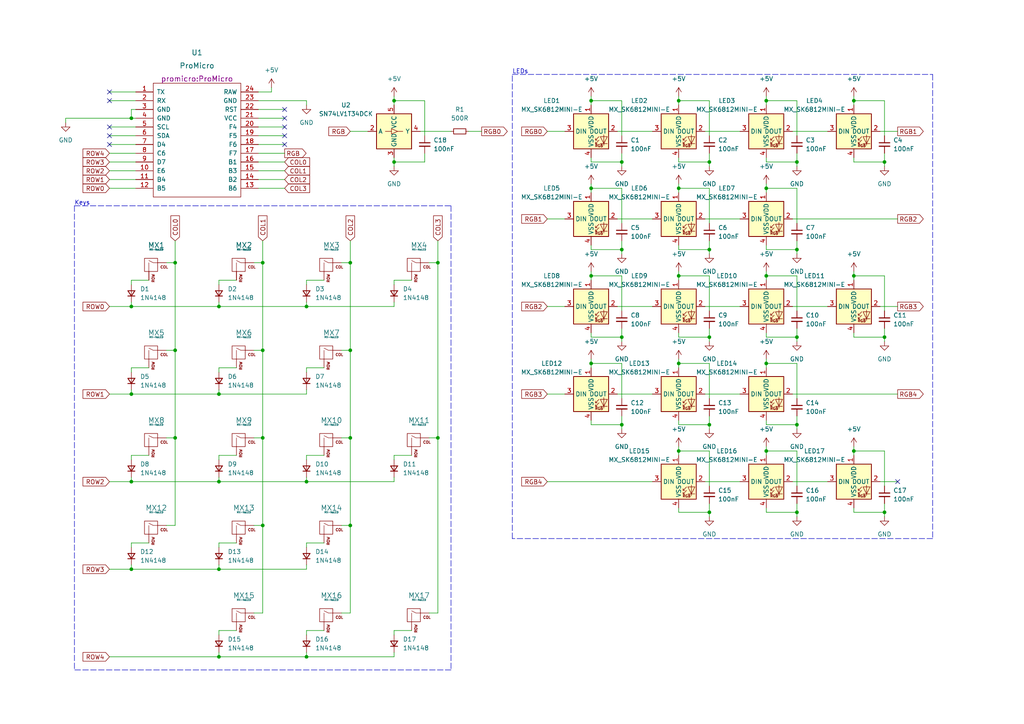
<source format=kicad_sch>
(kicad_sch (version 20211123) (generator eeschema)
  (paper "A4")
  (lib_symbols
    (symbol "Device:C_Small" (pin_numbers hide) (pin_names (offset 0.254) hide)
      (property "Reference" "C" (at 0.254 1.778 0))
      (property "Value" "C_Small" (at 0.254 -2.032 0))
      (symbol "C_Small_1_1"
        (pin passive line (at 0 2.54 270) (length 2.032) (name "~") (number "1"))
        (pin passive line (at 0 -2.54 90) (length 2.032) (name "~") (number "2"))
      )
    )
    (symbol "Device:D_Small" (pin_numbers hide) (pin_names (offset 0.254) hide)
      (property "Reference" "D" (at -1.27 2.032 0))
      (property "Value" "D_Small" (at -3.81 -2.032 0))
      (symbol "D_Small_1_1"
        (pin passive line (at -2.54 0 0) (length 1.778) (name "K") (number "1"))
        (pin passive line (at 2.54 0 180) (length 1.778) (name "A") (number "2"))
      )
    )
    (symbol "Device:R_Small" (pin_numbers hide) (pin_names (offset 0.254) hide)
      (property "Reference" "R" (at 0.762 0.508 0))
      (property "Value" "R_Small" (at 0.762 -1.016 0))
      (symbol "R_Small_1_1"
        (pin passive line (at 0 2.54 270) (length 0.762) (name "~") (number "1"))
        (pin passive line (at 0 -2.54 90) (length 0.762) (name "~") (number "2"))
      )
    )
    (symbol "Logic_LevelTranslator:SN74LV1T34DCK"
      (property "Reference" "U" (at 5.08 6.35 0))
      (property "Value" "SN74LV1T34DCK" (at 5.08 3.81 0))
      (symbol "SN74LV1T34DCK_1_1"
        (pin no_connect line (at -5.08 2.54 0) (length 2.54) hide (name "NC") (number "1"))
        (pin input line (at -7.62 0 0) (length 2.54) (name "A") (number "2"))
        (pin power_in line (at 0 -7.62 90) (length 2.54) (name "GND") (number "3"))
        (pin output line (at 7.62 0 180) (length 2.54) (name "Y") (number "4"))
        (pin power_in line (at 0 7.62 270) (length 2.54) (name "VCC") (number "5"))
      )
    )
    (symbol "MX_Alps_Hybrid:MX-NoLED" (pin_names (offset 1.016))
      (property "Reference" "MX" (at -0.635 3.81 0))
      (property "Value" "MX-NoLED" (at -0.635 1.27 0))
      (symbol "MX-NoLED_0_0"
        (text "COL" (at 3.175 0 0) (effects (font (size 0.762 0.762))))
        (text "ROW" (at 0 -1.905 900) (effects (font (size 0.762 0.762)) (justify right)))
      )
      (symbol "MX-NoLED_1_1"
        (pin passive line (at 3.81 1.27 180) (length 2.54) (name "COL") (number "1"))
        (pin passive line (at -1.27 -3.81 90) (length 2.54) (name "ROW") (number "2"))
      )
    )
    (symbol "marbastlib-mx:MX_SK6812MINI-E"
      (property "Reference" "LED" (at 2.54 -6.35 0))
      (property "Value" "MX_SK6812MINI-E" (at 10.16 6.35 0))
      (symbol "MX_SK6812MINI-E_0_0"
        (text "RGB" (at 2.286 -4.191 0) (effects (font (size 0.762 0.762))))
      )
      (symbol "MX_SK6812MINI-E_1_1"
        (pin power_in line (at 0 7.62 270) (length 2.54) (name "VDD") (number "1"))
        (pin output line (at 7.62 0 180) (length 2.54) (name "DOUT") (number "2"))
        (pin input line (at -7.62 0 0) (length 2.54) (name "DIN") (number "3"))
        (pin power_in line (at 0 -7.62 90) (length 2.54) (name "VSS") (number "4"))
      )
    )
    (symbol "power:+5V" (power) (pin_names (offset 0))
      (property "Value" "+5V" (at 0 3.556 0))
      (symbol "+5V_1_1"
        (pin power_in line (at 0 0 90) (length 0) hide (name "+5V") (number "1"))
      )
    )
    (symbol "power:GND" (power) (pin_names (offset 0))
      (property "Value" "GND" (at 0 -3.81 0))
      (symbol "GND_1_1"
        (pin power_in line (at 0 0 270) (length 0) hide (name "GND") (number "1"))
      )
    )
    (symbol "promicro:ProMicro" (pin_names (offset 1.016))
      (property "Reference" "U" (at 0 24.13 0))
      (property "Value" "ProMicro" (at 0 -13.97 0))
      (symbol "ProMicro_1_1"
        (pin bidirectional line (at -17.78 19.05 0) (length 5.08) (name "TX") (number "1"))
        (pin bidirectional line (at -17.78 -3.81 0) (length 5.08) (name "E6") (number "10"))
        (pin bidirectional line (at -17.78 -6.35 0) (length 5.08) (name "B4") (number "11"))
        (pin bidirectional line (at -17.78 -8.89 0) (length 5.08) (name "B5") (number "12"))
        (pin bidirectional line (at 17.78 -8.89 180) (length 5.08) (name "B6") (number "13"))
        (pin bidirectional line (at 17.78 -6.35 180) (length 5.08) (name "B2") (number "14"))
        (pin bidirectional line (at 17.78 -3.81 180) (length 5.08) (name "B3") (number "15"))
        (pin bidirectional line (at 17.78 -1.27 180) (length 5.08) (name "B1") (number "16"))
        (pin bidirectional line (at 17.78 1.27 180) (length 5.08) (name "F7") (number "17"))
        (pin bidirectional line (at 17.78 3.81 180) (length 5.08) (name "F6") (number "18"))
        (pin bidirectional line (at 17.78 6.35 180) (length 5.08) (name "F5") (number "19"))
        (pin bidirectional line (at -17.78 16.51 0) (length 5.08) (name "RX") (number "2"))
        (pin bidirectional line (at 17.78 8.89 180) (length 5.08) (name "F4") (number "20"))
        (pin power_in line (at 17.78 11.43 180) (length 5.08) (name "VCC") (number "21"))
        (pin input line (at 17.78 13.97 180) (length 5.08) (name "RST") (number "22"))
        (pin power_in line (at 17.78 16.51 180) (length 5.08) (name "GND") (number "23"))
        (pin power_out line (at 17.78 19.05 180) (length 5.08) (name "RAW") (number "24"))
        (pin power_in line (at -17.78 13.97 0) (length 5.08) (name "GND") (number "3"))
        (pin power_in line (at -17.78 11.43 0) (length 5.08) (name "GND") (number "4"))
        (pin bidirectional line (at -17.78 8.89 0) (length 5.08) (name "SCL") (number "5"))
        (pin bidirectional line (at -17.78 6.35 0) (length 5.08) (name "SDA") (number "6"))
        (pin bidirectional line (at -17.78 3.81 0) (length 5.08) (name "D4") (number "7"))
        (pin bidirectional line (at -17.78 1.27 0) (length 5.08) (name "C6") (number "8"))
        (pin bidirectional line (at -17.78 -1.27 0) (length 5.08) (name "D7") (number "9"))
      )
    )
  )
  (junction (at 247.65 80.01))
  (junction (at 196.85 54.61))
  (junction (at 63.5 114.3))
  (junction (at 38.1 114.3))
  (junction (at 222.25 29.21))
  (junction (at 38.1 139.7))
  (junction (at 127 127))
  (junction (at 231.14 123.19))
  (junction (at 88.9 190.5))
  (junction (at 205.74 97.79))
  (junction (at 63.5 139.7))
  (junction (at 196.85 130.81))
  (junction (at 50.8 101.6))
  (junction (at 180.34 72.39))
  (junction (at 101.6 101.6))
  (junction (at 88.9 88.9))
  (junction (at 205.74 148.59))
  (junction (at 63.5 190.5))
  (junction (at 101.6 76.2))
  (junction (at 76.2 101.6))
  (junction (at 256.54 46.99))
  (junction (at 38.1 34.29))
  (junction (at 205.74 123.19))
  (junction (at 114.3 46.99))
  (junction (at 171.45 80.01))
  (junction (at 180.34 46.99))
  (junction (at 38.1 88.9))
  (junction (at 196.85 105.41))
  (junction (at 222.25 80.01))
  (junction (at 127 76.2))
  (junction (at 256.54 148.59))
  (junction (at 231.14 46.99))
  (junction (at 63.5 88.9))
  (junction (at 231.14 72.39))
  (junction (at 114.3 29.21))
  (junction (at 88.9 139.7))
  (junction (at 171.45 29.21))
  (junction (at 76.2 127))
  (junction (at 205.74 72.39))
  (junction (at 101.6 152.4))
  (junction (at 63.5 165.1))
  (junction (at 180.34 123.19))
  (junction (at 196.85 29.21))
  (junction (at 196.85 80.01))
  (junction (at 171.45 105.41))
  (junction (at 205.74 46.99))
  (junction (at 247.65 29.21))
  (junction (at 231.14 97.79))
  (junction (at 180.34 97.79))
  (junction (at 76.2 152.4))
  (junction (at 50.8 127))
  (junction (at 222.25 130.81))
  (junction (at 247.65 130.81))
  (junction (at 256.54 97.79))
  (junction (at 38.1 165.1))
  (junction (at 76.2 76.2))
  (junction (at 222.25 105.41))
  (junction (at 171.45 54.61))
  (junction (at 101.6 127))
  (junction (at 50.8 76.2))
  (junction (at 231.14 148.59))
  (junction (at 222.25 54.61))
  (no_connect (at 31.75 41.91))
  (no_connect (at 31.75 29.21))
  (no_connect (at 31.75 36.83))
  (no_connect (at 31.75 39.37))
  (no_connect (at 260.35 139.7))
  (no_connect (at 82.55 36.83))
  (no_connect (at 82.55 41.91))
  (no_connect (at 31.75 26.67))
  (no_connect (at 82.55 39.37))
  (no_connect (at 82.55 31.75))
  (no_connect (at 82.55 34.29))
  (wire (pts (xy 158.75 88.9) (xy 163.83 88.9)))
  (wire (pts (xy 31.75 54.61) (xy 39.37 54.61)))
  (wire (pts (xy 50.8 127) (xy 50.8 152.4)))
  (wire (pts (xy 31.75 26.67) (xy 39.37 26.67)))
  (wire (pts (xy 31.75 190.5) (xy 63.5 190.5)))
  (wire (pts (xy 196.85 27.94) (xy 196.85 29.21)))
  (wire (pts (xy 31.75 49.53) (xy 39.37 49.53)))
  (wire (pts (xy 63.5 157.48) (xy 68.58 157.48)))
  (wire (pts (xy 231.14 69.85) (xy 231.14 72.39)))
  (wire (pts (xy 74.93 44.45) (xy 82.55 44.45)))
  (wire (pts (xy 158.75 63.5) (xy 163.83 63.5)))
  (wire (pts (xy 63.5 106.68) (xy 68.58 106.68)))
  (wire (pts (xy 205.74 54.61) (xy 196.85 54.61)))
  (wire (pts (xy 88.9 106.68) (xy 93.98 106.68)))
  (wire (pts (xy 114.3 133.35) (xy 114.3 132.08)))
  (wire (pts (xy 88.9 165.1) (xy 88.9 163.83)))
  (wire (pts (xy 171.45 105.41) (xy 171.45 106.68)))
  (wire (pts (xy 127 127) (xy 124.46 127)))
  (wire (pts (xy 74.93 49.53) (xy 82.55 49.53)))
  (wire (pts (xy 101.6 38.1) (xy 106.68 38.1)))
  (wire (pts (xy 135.89 38.1) (xy 139.7 38.1)))
  (wire (pts (xy 247.65 148.59) (xy 247.65 147.32)))
  (wire (pts (xy 180.34 39.37) (xy 180.34 29.21)))
  (wire (pts (xy 222.25 29.21) (xy 222.25 30.48)))
  (wire (pts (xy 180.34 90.17) (xy 180.34 80.01)))
  (wire (pts (xy 205.74 140.97) (xy 205.74 130.81)))
  (wire (pts (xy 74.93 54.61) (xy 82.55 54.61)))
  (wire (pts (xy 127 69.85) (xy 127 76.2)))
  (wire (pts (xy 88.9 30.48) (xy 88.9 29.21)))
  (wire (pts (xy 63.5 165.1) (xy 88.9 165.1)))
  (wire (pts (xy 171.45 27.94) (xy 171.45 29.21)))
  (wire (pts (xy 222.25 123.19) (xy 231.14 123.19)))
  (wire (pts (xy 114.3 88.9) (xy 88.9 88.9)))
  (wire (pts (xy 180.34 99.06) (xy 180.34 97.79)))
  (wire (pts (xy 88.9 182.88) (xy 93.98 182.88)))
  (wire (pts (xy 205.74 124.46) (xy 205.74 123.19)))
  (wire (pts (xy 158.75 139.7) (xy 189.23 139.7)))
  (wire (pts (xy 38.1 163.83) (xy 38.1 165.1)))
  (wire (pts (xy 196.85 104.14) (xy 196.85 105.41)))
  (wire (pts (xy 171.45 78.74) (xy 171.45 80.01)))
  (wire (pts (xy 231.14 99.06) (xy 231.14 97.79)))
  (wire (pts (xy 222.25 80.01) (xy 222.25 81.28)))
  (wire (pts (xy 180.34 46.99) (xy 180.34 48.26)))
  (wire (pts (xy 48.26 76.2) (xy 50.8 76.2)))
  (wire (pts (xy 114.3 182.88) (xy 119.38 182.88)))
  (wire (pts (xy 256.54 80.01) (xy 247.65 80.01)))
  (wire (pts (xy 38.1 114.3) (xy 63.5 114.3)))
  (wire (pts (xy 204.47 38.1) (xy 214.63 38.1)))
  (wire (pts (xy 114.3 46.99) (xy 114.3 45.72)))
  (wire (pts (xy 231.14 124.46) (xy 231.14 123.19)))
  (wire (pts (xy 171.45 80.01) (xy 171.45 81.28)))
  (wire (pts (xy 247.65 148.59) (xy 256.54 148.59)))
  (wire (pts (xy 38.1 31.75) (xy 38.1 34.29)))
  (wire (pts (xy 88.9 88.9) (xy 63.5 88.9)))
  (wire (pts (xy 222.25 46.99) (xy 231.14 46.99)))
  (wire (pts (xy 38.1 157.48) (xy 43.18 157.48)))
  (wire (pts (xy 256.54 149.86) (xy 256.54 148.59)))
  (wire (pts (xy 180.34 44.45) (xy 180.34 46.99)))
  (wire (pts (xy 38.1 82.55) (xy 38.1 81.28)))
  (wire (pts (xy 247.65 46.99) (xy 247.65 45.72)))
  (wire (pts (xy 222.25 72.39) (xy 231.14 72.39)))
  (wire (pts (xy 196.85 72.39) (xy 196.85 71.12)))
  (wire (pts (xy 231.14 149.86) (xy 231.14 148.59)))
  (wire (pts (xy 205.74 146.05) (xy 205.74 148.59)))
  (wire (pts (xy 76.2 152.4) (xy 73.66 152.4)))
  (wire (pts (xy 229.87 38.1) (xy 240.03 38.1)))
  (wire (pts (xy 196.85 72.39) (xy 205.74 72.39)))
  (wire (pts (xy 76.2 127) (xy 73.66 127)))
  (wire (pts (xy 38.1 132.08) (xy 43.18 132.08)))
  (wire (pts (xy 196.85 129.54) (xy 196.85 130.81)))
  (wire (pts (xy 88.9 138.43) (xy 88.9 139.7)))
  (wire (pts (xy 180.34 105.41) (xy 171.45 105.41)))
  (wire (pts (xy 204.47 139.7) (xy 214.63 139.7)))
  (wire (pts (xy 63.5 114.3) (xy 63.5 113.03)))
  (wire (pts (xy 19.05 35.56) (xy 19.05 34.29)))
  (wire (pts (xy 50.8 127) (xy 48.26 127)))
  (wire (pts (xy 196.85 53.34) (xy 196.85 54.61)))
  (wire (pts (xy 222.25 148.59) (xy 222.25 147.32)))
  (wire (pts (xy 205.74 44.45) (xy 205.74 46.99)))
  (wire (pts (xy 127 127) (xy 127 177.8)))
  (wire (pts (xy 196.85 123.19) (xy 205.74 123.19)))
  (wire (pts (xy 78.74 25.4) (xy 78.74 26.67)))
  (wire (pts (xy 196.85 78.74) (xy 196.85 80.01)))
  (wire (pts (xy 63.5 107.95) (xy 63.5 106.68)))
  (wire (pts (xy 39.37 31.75) (xy 38.1 31.75)))
  (wire (pts (xy 38.1 88.9) (xy 38.1 87.63)))
  (wire (pts (xy 205.74 80.01) (xy 196.85 80.01)))
  (wire (pts (xy 256.54 44.45) (xy 256.54 46.99)))
  (wire (pts (xy 231.14 29.21) (xy 222.25 29.21)))
  (wire (pts (xy 205.74 46.99) (xy 205.74 48.26)))
  (wire (pts (xy 179.07 88.9) (xy 189.23 88.9)))
  (wire (pts (xy 196.85 29.21) (xy 196.85 30.48)))
  (wire (pts (xy 88.9 132.08) (xy 93.98 132.08)))
  (wire (pts (xy 101.6 101.6) (xy 101.6 127)))
  (polyline (pts (xy 130.81 194.31) (xy 21.59 194.31)))
  (wire (pts (xy 63.5 88.9) (xy 38.1 88.9)))
  (wire (pts (xy 180.34 72.39) (xy 180.34 73.66)))
  (wire (pts (xy 222.25 97.79) (xy 222.25 96.52)))
  (wire (pts (xy 255.27 139.7) (xy 260.35 139.7)))
  (wire (pts (xy 205.74 130.81) (xy 196.85 130.81)))
  (wire (pts (xy 88.9 158.75) (xy 88.9 157.48)))
  (wire (pts (xy 50.8 76.2) (xy 50.8 101.6)))
  (wire (pts (xy 114.3 46.99) (xy 114.3 48.26)))
  (wire (pts (xy 88.9 107.95) (xy 88.9 106.68)))
  (wire (pts (xy 256.54 95.25) (xy 256.54 97.79)))
  (wire (pts (xy 229.87 63.5) (xy 260.35 63.5)))
  (wire (pts (xy 127 177.8) (xy 124.46 177.8)))
  (wire (pts (xy 76.2 76.2) (xy 76.2 101.6)))
  (wire (pts (xy 180.34 115.57) (xy 180.34 105.41)))
  (wire (pts (xy 74.93 31.75) (xy 82.55 31.75)))
  (wire (pts (xy 205.74 105.41) (xy 196.85 105.41)))
  (wire (pts (xy 158.75 38.1) (xy 163.83 38.1)))
  (wire (pts (xy 231.14 105.41) (xy 222.25 105.41)))
  (wire (pts (xy 123.19 39.37) (xy 123.19 29.21)))
  (polyline (pts (xy 130.81 59.69) (xy 130.81 194.31)))
  (wire (pts (xy 101.6 127) (xy 101.6 152.4)))
  (wire (pts (xy 114.3 82.55) (xy 114.3 81.28)))
  (wire (pts (xy 205.74 149.86) (xy 205.74 148.59)))
  (wire (pts (xy 101.6 152.4) (xy 99.06 152.4)))
  (wire (pts (xy 222.25 54.61) (xy 222.25 55.88)))
  (wire (pts (xy 114.3 139.7) (xy 88.9 139.7)))
  (wire (pts (xy 179.07 63.5) (xy 189.23 63.5)))
  (wire (pts (xy 74.93 36.83) (xy 82.55 36.83)))
  (wire (pts (xy 222.25 72.39) (xy 222.25 71.12)))
  (wire (pts (xy 171.45 54.61) (xy 180.34 54.61)))
  (wire (pts (xy 196.85 80.01) (xy 196.85 81.28)))
  (wire (pts (xy 205.74 115.57) (xy 205.74 105.41)))
  (wire (pts (xy 255.27 88.9) (xy 260.35 88.9)))
  (wire (pts (xy 31.75 46.99) (xy 39.37 46.99)))
  (wire (pts (xy 63.5 82.55) (xy 63.5 81.28)))
  (wire (pts (xy 74.93 34.29) (xy 82.55 34.29)))
  (wire (pts (xy 229.87 114.3) (xy 260.35 114.3)))
  (wire (pts (xy 231.14 46.99) (xy 231.14 48.26)))
  (wire (pts (xy 222.25 129.54) (xy 222.25 130.81)))
  (wire (pts (xy 114.3 81.28) (xy 119.38 81.28)))
  (wire (pts (xy 256.54 99.06) (xy 256.54 97.79)))
  (wire (pts (xy 231.14 80.01) (xy 222.25 80.01)))
  (wire (pts (xy 31.75 114.3) (xy 38.1 114.3)))
  (wire (pts (xy 63.5 184.15) (xy 63.5 182.88)))
  (wire (pts (xy 114.3 29.21) (xy 114.3 30.48)))
  (wire (pts (xy 31.75 44.45) (xy 39.37 44.45)))
  (wire (pts (xy 88.9 133.35) (xy 88.9 132.08)))
  (wire (pts (xy 171.45 97.79) (xy 171.45 96.52)))
  (wire (pts (xy 171.45 53.34) (xy 171.45 54.61)))
  (wire (pts (xy 38.1 34.29) (xy 39.37 34.29)))
  (wire (pts (xy 205.74 95.25) (xy 205.74 97.79)))
  (wire (pts (xy 63.5 132.08) (xy 68.58 132.08)))
  (wire (pts (xy 222.25 97.79) (xy 231.14 97.79)))
  (wire (pts (xy 63.5 139.7) (xy 88.9 139.7)))
  (wire (pts (xy 114.3 138.43) (xy 114.3 139.7)))
  (wire (pts (xy 205.74 39.37) (xy 205.74 29.21)))
  (wire (pts (xy 247.65 27.94) (xy 247.65 29.21)))
  (wire (pts (xy 127 76.2) (xy 124.46 76.2)))
  (wire (pts (xy 171.45 123.19) (xy 171.45 121.92)))
  (wire (pts (xy 114.3 87.63) (xy 114.3 88.9)))
  (wire (pts (xy 76.2 69.85) (xy 76.2 76.2)))
  (wire (pts (xy 31.75 29.21) (xy 39.37 29.21)))
  (wire (pts (xy 222.25 105.41) (xy 222.25 106.68)))
  (wire (pts (xy 74.93 26.67) (xy 78.74 26.67)))
  (wire (pts (xy 38.1 107.95) (xy 38.1 106.68)))
  (wire (pts (xy 74.93 39.37) (xy 82.55 39.37)))
  (wire (pts (xy 31.75 139.7) (xy 38.1 139.7)))
  (wire (pts (xy 50.8 101.6) (xy 48.26 101.6)))
  (wire (pts (xy 171.45 104.14) (xy 171.45 105.41)))
  (wire (pts (xy 222.25 148.59) (xy 231.14 148.59)))
  (wire (pts (xy 88.9 190.5) (xy 88.9 189.23)))
  (wire (pts (xy 231.14 90.17) (xy 231.14 80.01)))
  (wire (pts (xy 222.25 123.19) (xy 222.25 121.92)))
  (wire (pts (xy 196.85 97.79) (xy 196.85 96.52)))
  (wire (pts (xy 171.45 54.61) (xy 171.45 55.88)))
  (wire (pts (xy 229.87 88.9) (xy 240.03 88.9)))
  (wire (pts (xy 127 76.2) (xy 127 127)))
  (wire (pts (xy 63.5 114.3) (xy 88.9 114.3)))
  (wire (pts (xy 63.5 158.75) (xy 63.5 157.48)))
  (wire (pts (xy 31.75 52.07) (xy 39.37 52.07)))
  (wire (pts (xy 63.5 139.7) (xy 38.1 139.7)))
  (wire (pts (xy 247.65 29.21) (xy 247.65 30.48)))
  (wire (pts (xy 63.5 189.23) (xy 63.5 190.5)))
  (wire (pts (xy 256.54 46.99) (xy 256.54 48.26)))
  (wire (pts (xy 171.45 29.21) (xy 171.45 30.48)))
  (wire (pts (xy 256.54 90.17) (xy 256.54 80.01)))
  (wire (pts (xy 256.54 146.05) (xy 256.54 148.59)))
  (wire (pts (xy 247.65 97.79) (xy 256.54 97.79)))
  (wire (pts (xy 205.74 90.17) (xy 205.74 80.01)))
  (wire (pts (xy 196.85 105.41) (xy 196.85 106.68)))
  (wire (pts (xy 180.34 69.85) (xy 180.34 72.39)))
  (wire (pts (xy 196.85 97.79) (xy 205.74 97.79)))
  (wire (pts (xy 63.5 182.88) (xy 68.58 182.88)))
  (wire (pts (xy 101.6 76.2) (xy 99.06 76.2)))
  (wire (pts (xy 180.34 64.77) (xy 180.34 54.61)))
  (wire (pts (xy 38.1 81.28) (xy 43.18 81.28)))
  (wire (pts (xy 180.34 95.25) (xy 180.34 97.79)))
  (wire (pts (xy 179.07 38.1) (xy 189.23 38.1)))
  (wire (pts (xy 101.6 101.6) (xy 99.06 101.6)))
  (wire (pts (xy 196.85 123.19) (xy 196.85 121.92)))
  (wire (pts (xy 231.14 64.77) (xy 231.14 54.61)))
  (wire (pts (xy 231.14 73.66) (xy 231.14 72.39)))
  (wire (pts (xy 63.5 138.43) (xy 63.5 139.7)))
  (wire (pts (xy 204.47 114.3) (xy 214.63 114.3)))
  (wire (pts (xy 180.34 80.01) (xy 171.45 80.01)))
  (wire (pts (xy 63.5 81.28) (xy 68.58 81.28)))
  (wire (pts (xy 76.2 101.6) (xy 73.66 101.6)))
  (wire (pts (xy 204.47 63.5) (xy 214.63 63.5)))
  (wire (pts (xy 88.9 184.15) (xy 88.9 182.88)))
  (polyline (pts (xy 148.59 156.21) (xy 148.59 21.59)))
  (wire (pts (xy 229.87 139.7) (xy 240.03 139.7)))
  (wire (pts (xy 231.14 115.57) (xy 231.14 105.41)))
  (wire (pts (xy 38.1 113.03) (xy 38.1 114.3)))
  (wire (pts (xy 231.14 44.45) (xy 231.14 46.99)))
  (wire (pts (xy 158.75 114.3) (xy 163.83 114.3)))
  (wire (pts (xy 114.3 190.5) (xy 114.3 189.23)))
  (wire (pts (xy 247.65 129.54) (xy 247.65 130.81)))
  (wire (pts (xy 196.85 46.99) (xy 205.74 46.99)))
  (wire (pts (xy 222.25 45.72) (xy 222.25 46.99)))
  (wire (pts (xy 38.1 158.75) (xy 38.1 157.48)))
  (wire (pts (xy 196.85 46.99) (xy 196.85 45.72)))
  (wire (pts (xy 247.65 78.74) (xy 247.65 80.01)))
  (wire (pts (xy 38.1 106.68) (xy 43.18 106.68)))
  (polyline (pts (xy 270.51 21.59) (xy 270.51 156.21)))
  (wire (pts (xy 76.2 127) (xy 76.2 152.4)))
  (wire (pts (xy 123.19 44.45) (xy 123.19 46.99)))
  (wire (pts (xy 76.2 177.8) (xy 73.66 177.8)))
  (wire (pts (xy 205.74 99.06) (xy 205.74 97.79)))
  (wire (pts (xy 88.9 82.55) (xy 88.9 81.28)))
  (wire (pts (xy 256.54 39.37) (xy 256.54 29.21)))
  (wire (pts (xy 114.3 132.08) (xy 119.38 132.08)))
  (wire (pts (xy 38.1 138.43) (xy 38.1 139.7)))
  (wire (pts (xy 74.93 46.99) (xy 82.55 46.99)))
  (wire (pts (xy 50.8 152.4) (xy 48.26 152.4)))
  (wire (pts (xy 256.54 130.81) (xy 247.65 130.81)))
  (wire (pts (xy 31.75 165.1) (xy 38.1 165.1)))
  (wire (pts (xy 247.65 130.81) (xy 247.65 132.08)))
  (wire (pts (xy 171.45 123.19) (xy 180.34 123.19)))
  (wire (pts (xy 180.34 120.65) (xy 180.34 123.19)))
  (wire (pts (xy 231.14 130.81) (xy 222.25 130.81)))
  (wire (pts (xy 222.25 104.14) (xy 222.25 105.41)))
  (wire (pts (xy 231.14 54.61) (xy 222.25 54.61)))
  (wire (pts (xy 74.93 41.91) (xy 82.55 41.91)))
  (wire (pts (xy 231.14 140.97) (xy 231.14 130.81)))
  (wire (pts (xy 231.14 120.65) (xy 231.14 123.19)))
  (wire (pts (xy 121.92 38.1) (xy 130.81 38.1)))
  (polyline (pts (xy 148.59 21.59) (xy 270.51 21.59)))
  (wire (pts (xy 222.25 130.81) (xy 222.25 132.08)))
  (wire (pts (xy 231.14 95.25) (xy 231.14 97.79)))
  (wire (pts (xy 123.19 29.21) (xy 114.3 29.21)))
  (wire (pts (xy 205.74 64.77) (xy 205.74 54.61)))
  (wire (pts (xy 88.9 190.5) (xy 114.3 190.5)))
  (wire (pts (xy 180.34 29.21) (xy 171.45 29.21)))
  (wire (pts (xy 19.05 34.29) (xy 38.1 34.29)))
  (wire (pts (xy 101.6 177.8) (xy 99.06 177.8)))
  (wire (pts (xy 231.14 146.05) (xy 231.14 148.59)))
  (wire (pts (xy 114.3 27.94) (xy 114.3 29.21)))
  (wire (pts (xy 222.25 78.74) (xy 222.25 80.01)))
  (wire (pts (xy 31.75 36.83) (xy 39.37 36.83)))
  (wire (pts (xy 247.65 80.01) (xy 247.65 81.28)))
  (wire (pts (xy 222.25 27.94) (xy 222.25 29.21)))
  (wire (pts (xy 76.2 76.2) (xy 73.66 76.2)))
  (wire (pts (xy 204.47 88.9) (xy 214.63 88.9)))
  (wire (pts (xy 205.74 73.66) (xy 205.74 72.39)))
  (wire (pts (xy 63.5 88.9) (xy 63.5 87.63)))
  (wire (pts (xy 196.85 130.81) (xy 196.85 132.08)))
  (wire (pts (xy 196.85 148.59) (xy 205.74 148.59)))
  (wire (pts (xy 74.93 52.07) (xy 82.55 52.07)))
  (wire (pts (xy 205.74 120.65) (xy 205.74 123.19)))
  (wire (pts (xy 31.75 39.37) (xy 39.37 39.37)))
  (wire (pts (xy 171.45 72.39) (xy 171.45 71.12)))
  (wire (pts (xy 247.65 46.99) (xy 256.54 46.99)))
  (wire (pts (xy 171.45 46.99) (xy 171.45 45.72)))
  (wire (pts (xy 171.45 72.39) (xy 180.34 72.39)))
  (polyline (pts (xy 270.51 156.21) (xy 148.59 156.21)))
  (wire (pts (xy 256.54 29.21) (xy 247.65 29.21)))
  (wire (pts (xy 101.6 127) (xy 99.06 127)))
  (wire (pts (xy 180.34 124.46) (xy 180.34 123.19)))
  (wire (pts (xy 247.65 97.79) (xy 247.65 96.52)))
  (wire (pts (xy 88.9 114.3) (xy 88.9 113.03)))
  (wire (pts (xy 171.45 46.99) (xy 180.34 46.99)))
  (wire (pts (xy 76.2 152.4) (xy 76.2 177.8)))
  (wire (pts (xy 231.14 39.37) (xy 231.14 29.21)))
  (wire (pts (xy 88.9 81.28) (xy 93.98 81.28)))
  (wire (pts (xy 123.19 46.99) (xy 114.3 46.99)))
  (wire (pts (xy 50.8 69.85) (xy 50.8 76.2)))
  (wire (pts (xy 88.9 88.9) (xy 88.9 87.63)))
  (wire (pts (xy 196.85 54.61) (xy 196.85 55.88)))
  (wire (pts (xy 256.54 140.97) (xy 256.54 130.81)))
  (wire (pts (xy 76.2 101.6) (xy 76.2 127)))
  (wire (pts (xy 101.6 152.4) (xy 101.6 177.8)))
  (wire (pts (xy 31.75 41.91) (xy 39.37 41.91)))
  (wire (pts (xy 222.25 53.34) (xy 222.25 54.61)))
  (wire (pts (xy 171.45 97.79) (xy 180.34 97.79)))
  (wire (pts (xy 31.75 88.9) (xy 38.1 88.9)))
  (wire (pts (xy 205.74 72.39) (xy 205.74 69.85)))
  (polyline (pts (xy 21.59 59.69) (xy 130.81 59.69)))
  (wire (pts (xy 88.9 29.21) (xy 74.93 29.21)))
  (wire (pts (xy 38.1 133.35) (xy 38.1 132.08)))
  (wire (pts (xy 88.9 157.48) (xy 93.98 157.48)))
  (wire (pts (xy 101.6 69.85) (xy 101.6 76.2)))
  (wire (pts (xy 63.5 133.35) (xy 63.5 132.08)))
  (wire (pts (xy 205.74 29.21) (xy 196.85 29.21)))
  (wire (pts (xy 196.85 148.59) (xy 196.85 147.32)))
  (wire (pts (xy 101.6 76.2) (xy 101.6 101.6)))
  (polyline (pts (xy 21.59 59.69) (xy 21.59 194.31)))
  (wire (pts (xy 179.07 114.3) (xy 189.23 114.3)))
  (wire (pts (xy 63.5 190.5) (xy 88.9 190.5)))
  (wire (pts (xy 255.27 38.1) (xy 260.35 38.1)))
  (wire (pts (xy 38.1 165.1) (xy 63.5 165.1)))
  (wire (pts (xy 50.8 101.6) (xy 50.8 127)))
  (wire (pts (xy 114.3 184.15) (xy 114.3 182.88)))
  (wire (pts (xy 63.5 165.1) (xy 63.5 163.83)))
  (text "Keys" (at 21.59 59.69 0) (effects (font (size 1.27 1.27)) (justify left bottom)))
  (text "LEDs" (at 148.59 21.59 0) (effects (font (size 1.27 1.27)) (justify left bottom)))
  (global_label "ROW3" (shape input) (at 31.75 165.1 180) (property "Intersheet References" "${INTERSHEET_REFS}" (effects hide)))
  (global_label "RGB" (shape input) (at 101.6 38.1 180) (property "Intersheet References" "${INTERSHEET_REFS}" (effects hide)))
  (global_label "ROW1" (shape input) (at 31.75 52.07 180) (property "Intersheet References" "${INTERSHEET_REFS}" (effects hide)))
  (global_label "COL1" (shape input) (at 76.2 69.85 90) (property "Intersheet References" "${INTERSHEET_REFS}" (effects hide)))
  (global_label "COL2" (shape input) (at 101.6 69.85 90) (property "Intersheet References" "${INTERSHEET_REFS}" (effects hide)))
  (global_label "ROW2" (shape input) (at 31.75 139.7 180) (property "Intersheet References" "${INTERSHEET_REFS}" (effects hide)))
  (global_label "RGB1" (shape input) (at 158.75 63.5 180) (property "Intersheet References" "${INTERSHEET_REFS}" (effects hide)))
  (global_label "RGB2" (shape input) (at 158.75 88.9 180) (property "Intersheet References" "${INTERSHEET_REFS}" (effects hide)))
  (global_label "ROW3" (shape input) (at 31.75 46.99 180) (property "Intersheet References" "${INTERSHEET_REFS}" (effects hide)))
  (global_label "ROW4" (shape input) (at 31.75 190.5 180) (property "Intersheet References" "${INTERSHEET_REFS}" (effects hide)))
  (global_label "RGB2" (shape output) (at 260.35 63.5 0) (property "Intersheet References" "${INTERSHEET_REFS}" (effects hide)))
  (global_label "RGB3" (shape input) (at 158.75 114.3 180) (property "Intersheet References" "${INTERSHEET_REFS}" (effects hide)))
  (global_label "RGB4" (shape output) (at 260.35 114.3 0) (property "Intersheet References" "${INTERSHEET_REFS}" (effects hide)))
  (global_label "RGB0" (shape output) (at 139.7 38.1 0) (property "Intersheet References" "${INTERSHEET_REFS}" (effects hide)))
  (global_label "ROW1" (shape input) (at 31.75 114.3 180) (property "Intersheet References" "${INTERSHEET_REFS}" (effects hide)))
  (global_label "ROW4" (shape input) (at 31.75 44.45 180) (property "Intersheet References" "${INTERSHEET_REFS}" (effects hide)))
  (global_label "COL0" (shape input) (at 50.8 69.85 90) (property "Intersheet References" "${INTERSHEET_REFS}" (effects hide)))
  (global_label "RGB" (shape output) (at 82.55 44.45 0) (property "Intersheet References" "${INTERSHEET_REFS}" (effects hide)))
  (global_label "ROW2" (shape input) (at 31.75 49.53 180) (property "Intersheet References" "${INTERSHEET_REFS}" (effects hide)))
  (global_label "COL2" (shape input) (at 82.55 52.07 0) (property "Intersheet References" "${INTERSHEET_REFS}" (effects hide)))
  (global_label "COL3" (shape input) (at 82.55 54.61 0) (property "Intersheet References" "${INTERSHEET_REFS}" (effects hide)))
  (global_label "RGB3" (shape output) (at 260.35 88.9 0) (property "Intersheet References" "${INTERSHEET_REFS}" (effects hide)))
  (global_label "ROW0" (shape input) (at 31.75 88.9 180) (property "Intersheet References" "${INTERSHEET_REFS}" (effects hide)))
  (global_label "COL0" (shape input) (at 82.55 46.99 0) (property "Intersheet References" "${INTERSHEET_REFS}" (effects hide)))
  (global_label "COL3" (shape input) (at 127 69.85 90) (property "Intersheet References" "${INTERSHEET_REFS}" (effects hide)))
  (global_label "RGB0" (shape input) (at 158.75 38.1 180) (property "Intersheet References" "${INTERSHEET_REFS}" (effects hide)))
  (global_label "ROW0" (shape input) (at 31.75 54.61 180) (property "Intersheet References" "${INTERSHEET_REFS}" (effects hide)))
  (global_label "RGB4" (shape input) (at 158.75 139.7 180) (property "Intersheet References" "${INTERSHEET_REFS}" (effects hide)))
  (global_label "COL1" (shape input) (at 82.55 49.53 0) (property "Intersheet References" "${INTERSHEET_REFS}" (effects hide)))
  (global_label "RGB1" (shape output) (at 260.35 38.1 0) (property "Intersheet References" "${INTERSHEET_REFS}" (effects hide)))
  (symbol (lib_id "power:GND") (at 205.74 124.46 0) (unit 1)
    (property "Reference" "#PWR0136" (effects hide))
    (property "Value" "GND" (at 205.74 129.54 0))
  )
  (symbol (lib_id "MX_Alps_Hybrid:MX-NoLED") (at 69.85 77.47 0) (unit 1)
    (property "Reference" "MX2" (at 70.7356 71.12 0) (effects (font (size 1.524 1.524))))
    (property "Value" "MX-NoLED" (at 70.7356 72.39 0) (effects (font (size 0.508 0.508))))
    (property "Footprint" "MX_Hotswap:MX-Hotswap-1U" (effects hide))
  )
  (symbol (lib_id "marbastlib-mx:MX_SK6812MINI-E") (at 222.25 114.3 0) (unit 1)
    (property "Reference" "LED14" (at 210.82 105.41 0))
    (property "Value" "MX_SK6812MINI-E" (at 210.82 107.95 0))
    (property "Footprint" "marbastlib-mx:LED_MX_6028R" (effects hide))
  )
  (symbol (lib_id "marbastlib-mx:MX_SK6812MINI-E") (at 171.45 38.1 0) (unit 1)
    (property "Reference" "LED1" (at 160.02 29.21 0))
    (property "Value" "MX_SK6812MINI-E" (at 160.02 31.75 0))
    (property "Footprint" "marbastlib-mx:LED_MX_6028R" (effects hide))
  )
  (symbol (lib_id "power:+5V") (at 222.25 129.54 0) (unit 1)
    (property "Reference" "#PWR0137" (effects hide))
    (property "Value" "+5V" (at 222.25 124.46 0))
  )
  (symbol (lib_id "Device:C_Small") (at 205.74 92.71 0) (unit 1)
    (property "Reference" "C9" (at 208.28 91.4462 0) (effects (justify left)))
    (property "Value" "100nF" (at 208.28 93.9862 0) (effects (justify left)))
    (property "Footprint" "Capacitor_SMD:C_0805_2012Metric" (effects hide))
  )
  (symbol (lib_id "Device:C_Small") (at 231.14 118.11 0) (unit 1)
    (property "Reference" "C14" (at 233.68 116.8462 0) (effects (justify left)))
    (property "Value" "100nF" (at 233.68 119.3862 0) (effects (justify left)))
    (property "Footprint" "Capacitor_SMD:C_0805_2012Metric" (effects hide))
  )
  (symbol (lib_id "MX_Alps_Hybrid:MX-NoLED") (at 95.25 153.67 0) (unit 1)
    (property "Reference" "MX14" (at 96.1356 147.32 0) (effects (font (size 1.524 1.524))))
    (property "Value" "MX-NoLED" (at 96.1356 148.59 0) (effects (font (size 0.508 0.508))))
    (property "Footprint" "MX_Hotswap:MX-Hotswap-1U" (effects hide))
  )
  (symbol (lib_id "Device:D_Small") (at 38.1 110.49 90) (unit 1)
    (property "Reference" "D5" (at 40.64 109.2199 90) (effects (justify right)))
    (property "Value" "1N4148" (at 40.64 111.7599 90) (effects (justify right)))
    (property "Footprint" "Diode_SMD:D_SOD-123" (effects hide))
  )
  (symbol (lib_id "power:GND") (at 231.14 99.06 0) (unit 1)
    (property "Reference" "#PWR0127" (effects hide))
    (property "Value" "GND" (at 231.14 104.14 0))
  )
  (symbol (lib_id "Device:C_Small") (at 231.14 67.31 0) (unit 1)
    (property "Reference" "C7" (at 233.68 66.0462 0) (effects (justify left)))
    (property "Value" "100nF" (at 233.68 68.5862 0) (effects (justify left)))
    (property "Footprint" "Capacitor_SMD:C_0805_2012Metric" (effects hide))
  )
  (symbol (lib_id "power:GND") (at 180.34 73.66 0) (unit 1)
    (property "Reference" "#PWR0107" (effects hide))
    (property "Value" "GND" (at 180.34 78.74 0))
  )
  (symbol (lib_id "Device:D_Small") (at 88.9 135.89 90) (unit 1)
    (property "Reference" "D10" (at 91.44 134.6199 90) (effects (justify right)))
    (property "Value" "1N4148" (at 91.44 137.1599 90) (effects (justify right)))
    (property "Footprint" "Diode_SMD:D_SOD-123" (effects hide))
  )
  (symbol (lib_id "Device:C_Small") (at 180.34 92.71 0) (unit 1)
    (property "Reference" "C8" (at 182.88 91.4462 0) (effects (justify left)))
    (property "Value" "100nF" (at 182.88 93.9862 0) (effects (justify left)))
    (property "Footprint" "Capacitor_SMD:C_0805_2012Metric" (effects hide))
  )
  (symbol (lib_id "Device:D_Small") (at 38.1 135.89 90) (unit 1)
    (property "Reference" "D8" (at 40.64 134.6199 90) (effects (justify right)))
    (property "Value" "1N4148" (at 40.64 137.1599 90) (effects (justify right)))
    (property "Footprint" "Diode_SMD:D_SOD-123" (effects hide))
  )
  (symbol (lib_id "power:GND") (at 180.34 124.46 0) (unit 1)
    (property "Reference" "#PWR0135" (effects hide))
    (property "Value" "GND" (at 180.34 129.54 0))
  )
  (symbol (lib_id "marbastlib-mx:MX_SK6812MINI-E") (at 247.65 38.1 0) (unit 1)
    (property "Reference" "LED4" (at 236.22 29.21 0))
    (property "Value" "MX_SK6812MINI-E" (at 236.22 31.75 0))
    (property "Footprint" "marbastlib-mx:LED_MX_6028R" (effects hide))
  )
  (symbol (lib_id "power:+5V") (at 171.45 27.94 0) (unit 1)
    (property "Reference" "#PWR0116" (effects hide))
    (property "Value" "+5V" (at 171.45 22.86 0))
  )
  (symbol (lib_id "power:+5V") (at 196.85 104.14 0) (unit 1)
    (property "Reference" "#PWR0106" (effects hide))
    (property "Value" "+5V" (at 196.85 99.06 0))
  )
  (symbol (lib_id "power:+5V") (at 171.45 78.74 0) (unit 1)
    (property "Reference" "#PWR0108" (effects hide))
    (property "Value" "+5V" (at 171.45 73.66 0))
  )
  (symbol (lib_id "Device:C_Small") (at 231.14 92.71 0) (unit 1)
    (property "Reference" "C10" (at 233.68 91.4462 0) (effects (justify left)))
    (property "Value" "100nF" (at 233.68 93.9862 0) (effects (justify left)))
    (property "Footprint" "Capacitor_SMD:C_0805_2012Metric" (effects hide))
  )
  (symbol (lib_id "Device:C_Small") (at 231.14 143.51 0) (unit 1)
    (property "Reference" "C16" (at 233.68 142.2462 0) (effects (justify left)))
    (property "Value" "100nF" (at 233.68 144.7862 0) (effects (justify left)))
    (property "Footprint" "Capacitor_SMD:C_0805_2012Metric" (effects hide))
  )
  (symbol (lib_id "marbastlib-mx:MX_SK6812MINI-E") (at 222.25 88.9 0) (unit 1)
    (property "Reference" "LED10" (at 210.82 80.01 0))
    (property "Value" "MX_SK6812MINI-E" (at 210.82 82.55 0))
    (property "Footprint" "marbastlib-mx:LED_MX_6028R" (effects hide))
  )
  (symbol (lib_id "marbastlib-mx:MX_SK6812MINI-E") (at 222.25 139.7 0) (unit 1)
    (property "Reference" "LED16" (at 210.82 130.81 0))
    (property "Value" "MX_SK6812MINI-E" (at 210.82 133.35 0))
    (property "Footprint" "marbastlib-mx:LED_MX_6028R" (effects hide))
  )
  (symbol (lib_id "marbastlib-mx:MX_SK6812MINI-E") (at 222.25 63.5 0) (unit 1)
    (property "Reference" "LED7" (at 210.82 54.61 0))
    (property "Value" "MX_SK6812MINI-E" (at 210.82 57.15 0))
    (property "Footprint" "marbastlib-mx:LED_MX_6028R" (effects hide))
  )
  (symbol (lib_id "MX_Alps_Hybrid:MX-NoLED") (at 95.25 128.27 0) (unit 1)
    (property "Reference" "MX10" (at 96.1356 121.92 0) (effects (font (size 1.524 1.524))))
    (property "Value" "MX-NoLED" (at 96.1356 123.19 0) (effects (font (size 0.508 0.508))))
    (property "Footprint" "MX_Hotswap:MX-Hotswap-1U" (effects hide))
  )
  (symbol (lib_id "MX_Alps_Hybrid:MX-NoLED") (at 69.85 153.67 0) (unit 1)
    (property "Reference" "MX13" (at 70.7356 147.32 0) (effects (font (size 1.524 1.524))))
    (property "Value" "MX-NoLED" (at 70.7356 148.59 0) (effects (font (size 0.508 0.508))))
    (property "Footprint" "MX_Hotswap:MX-Hotswap-1U" (effects hide))
  )
  (symbol (lib_id "marbastlib-mx:MX_SK6812MINI-E") (at 196.85 38.1 0) (unit 1)
    (property "Reference" "LED2" (at 185.42 29.21 0))
    (property "Value" "MX_SK6812MINI-E" (at 185.42 31.75 0))
    (property "Footprint" "marbastlib-mx:LED_MX_6028R" (effects hide))
  )
  (symbol (lib_id "power:+5V") (at 222.25 78.74 0) (unit 1)
    (property "Reference" "#PWR0112" (effects hide))
    (property "Value" "+5V" (at 222.25 73.66 0))
  )
  (symbol (lib_id "marbastlib-mx:MX_SK6812MINI-E") (at 171.45 63.5 0) (unit 1)
    (property "Reference" "LED5" (at 160.02 54.61 0))
    (property "Value" "MX_SK6812MINI-E" (at 160.02 57.15 0))
    (property "Footprint" "marbastlib-mx:LED_MX_6028R" (effects hide))
  )
  (symbol (lib_id "power:+5V") (at 196.85 129.54 0) (unit 1)
    (property "Reference" "#PWR0134" (effects hide))
    (property "Value" "+5V" (at 196.85 124.46 0))
  )
  (symbol (lib_id "Device:C_Small") (at 205.74 118.11 0) (unit 1)
    (property "Reference" "C13" (at 208.28 116.8462 0) (effects (justify left)))
    (property "Value" "100nF" (at 208.28 119.3862 0) (effects (justify left)))
    (property "Footprint" "Capacitor_SMD:C_0805_2012Metric" (effects hide))
  )
  (symbol (lib_id "MX_Alps_Hybrid:MX-NoLED") (at 44.45 128.27 0) (unit 1)
    (property "Reference" "MX8" (at 45.3356 121.92 0) (effects (font (size 1.524 1.524))))
    (property "Value" "MX-NoLED" (at 45.3356 123.19 0) (effects (font (size 0.508 0.508))))
    (property "Footprint" "MX_Hotswap:MX-Hotswap-1U" (effects hide))
  )
  (symbol (lib_id "power:GND") (at 19.05 35.56 0) (unit 1)
    (property "Reference" "#PWR0101" (effects hide))
    (property "Value" "GND" (at 19.05 40.64 0))
  )
  (symbol (lib_id "Device:D_Small") (at 38.1 85.09 90) (unit 1)
    (property "Reference" "D1" (at 40.64 83.8199 90) (effects (justify right)))
    (property "Value" "1N4148" (at 40.64 86.3599 90) (effects (justify right)))
    (property "Footprint" "Diode_SMD:D_SOD-123" (effects hide))
  )
  (symbol (lib_id "power:+5V") (at 78.74 25.4 0) (unit 1)
    (property "Reference" "#PWR0138" (effects hide))
    (property "Value" "+5V" (at 78.74 20.32 0))
  )
  (symbol (lib_id "Device:D_Small") (at 63.5 135.89 90) (unit 1)
    (property "Reference" "D9" (at 66.04 134.6199 90) (effects (justify right)))
    (property "Value" "1N4148" (at 66.04 137.1599 90) (effects (justify right)))
    (property "Footprint" "Diode_SMD:D_SOD-123" (effects hide))
  )
  (symbol (lib_id "power:GND") (at 205.74 48.26 0) (unit 1)
    (property "Reference" "#PWR0121" (effects hide))
    (property "Value" "GND" (at 205.74 53.34 0))
  )
  (symbol (lib_id "marbastlib-mx:MX_SK6812MINI-E") (at 196.85 114.3 0) (unit 1)
    (property "Reference" "LED13" (at 185.42 105.41 0))
    (property "Value" "MX_SK6812MINI-E" (at 185.42 107.95 0))
    (property "Footprint" "marbastlib-mx:LED_MX_6028R" (effects hide))
  )
  (symbol (lib_id "marbastlib-mx:MX_SK6812MINI-E") (at 222.25 38.1 0) (unit 1)
    (property "Reference" "LED3" (at 210.82 29.21 0))
    (property "Value" "MX_SK6812MINI-E" (at 210.82 31.75 0))
    (property "Footprint" "marbastlib-mx:LED_MX_6028R" (effects hide))
  )
  (symbol (lib_id "power:GND") (at 180.34 99.06 0) (unit 1)
    (property "Reference" "#PWR0110" (effects hide))
    (property "Value" "GND" (at 180.34 104.14 0))
  )
  (symbol (lib_id "MX_Alps_Hybrid:MX-NoLED") (at 120.65 77.47 0) (unit 1)
    (property "Reference" "MX4" (at 121.5356 71.12 0) (effects (font (size 1.524 1.524))))
    (property "Value" "MX-NoLED" (at 121.5356 72.39 0) (effects (font (size 0.508 0.508))))
    (property "Footprint" "MX_Hotswap:MX-Hotswap-1U" (effects hide))
  )
  (symbol (lib_id "Device:D_Small") (at 63.5 110.49 90) (unit 1)
    (property "Reference" "D6" (at 66.04 109.2199 90) (effects (justify right)))
    (property "Value" "1N4148" (at 66.04 111.7599 90) (effects (justify right)))
    (property "Footprint" "Diode_SMD:D_SOD-123" (effects hide))
  )
  (symbol (lib_id "MX_Alps_Hybrid:MX-NoLED") (at 95.25 179.07 0) (unit 1)
    (property "Reference" "MX16" (at 96.1356 172.72 0) (effects (font (size 1.524 1.524))))
    (property "Value" "MX-NoLED" (at 96.1356 173.99 0) (effects (font (size 0.508 0.508))))
    (property "Footprint" "MX_Hotswap:MX-Hotswap-1U" (effects hide))
  )
  (symbol (lib_id "MX_Alps_Hybrid:MX-NoLED") (at 120.65 128.27 0) (unit 1)
    (property "Reference" "MX11" (at 121.5356 121.92 0) (effects (font (size 1.524 1.524))))
    (property "Value" "MX-NoLED" (at 121.5356 123.19 0) (effects (font (size 0.508 0.508))))
    (property "Footprint" "MX_Hotswap:MX-Hotswap-2U-Vertical" (effects hide))
  )
  (symbol (lib_id "MX_Alps_Hybrid:MX-NoLED") (at 69.85 179.07 0) (unit 1)
    (property "Reference" "MX15" (at 70.7356 172.72 0) (effects (font (size 1.524 1.524))))
    (property "Value" "MX-NoLED" (at 70.7356 173.99 0) (effects (font (size 0.508 0.508))))
    (property "Footprint" "MX_Hotswap:MX-Hotswap-2U" (effects hide))
  )
  (symbol (lib_id "power:GND") (at 256.54 99.06 0) (unit 1)
    (property "Reference" "#PWR0128" (effects hide))
    (property "Value" "GND" (at 256.54 104.14 0))
  )
  (symbol (lib_id "Logic_LevelTranslator:SN74LV1T34DCK") (at 114.3 38.1 0) (unit 1)
    (property "Reference" "U2" (at 100.33 30.48 0))
    (property "Value" "SN74LV1T34DCK" (at 100.33 33.02 0))
    (property "Footprint" "Package_TO_SOT_SMD:SOT-353_SC-70-5" (effects hide))
    (property "Datasheet" "https://www.ti.com/lit/ds/symlink/sn74lv1t34.pdf" (effects hide))
  )
  (symbol (lib_id "power:GND") (at 256.54 149.86 0) (unit 1)
    (property "Reference" "#PWR0129" (effects hide))
    (property "Value" "GND" (at 256.54 154.94 0))
  )
  (symbol (lib_id "power:+5V") (at 196.85 78.74 0) (unit 1)
    (property "Reference" "#PWR0111" (effects hide))
    (property "Value" "+5V" (at 196.85 73.66 0))
  )
  (symbol (lib_id "power:+5V") (at 222.25 27.94 0) (unit 1)
    (property "Reference" "#PWR0120" (effects hide))
    (property "Value" "+5V" (at 222.25 22.86 0))
  )
  (symbol (lib_id "Device:C_Small") (at 205.74 67.31 0) (unit 1)
    (property "Reference" "C6" (at 208.28 66.0462 0) (effects (justify left)))
    (property "Value" "100nF" (at 208.28 68.5862 0) (effects (justify left)))
    (property "Footprint" "Capacitor_SMD:C_0805_2012Metric" (effects hide))
  )
  (symbol (lib_id "power:+5V") (at 171.45 53.34 0) (unit 1)
    (property "Reference" "#PWR0118" (effects hide))
    (property "Value" "+5V" (at 171.45 48.26 0))
  )
  (symbol (lib_id "marbastlib-mx:MX_SK6812MINI-E") (at 171.45 88.9 0) (unit 1)
    (property "Reference" "LED8" (at 160.02 80.01 0))
    (property "Value" "MX_SK6812MINI-E" (at 160.02 82.55 0))
    (property "Footprint" "marbastlib-mx:LED_MX_6028R" (effects hide))
  )
  (symbol (lib_id "power:GND") (at 205.74 99.06 0) (unit 1)
    (property "Reference" "#PWR0105" (effects hide))
    (property "Value" "GND" (at 205.74 104.14 0))
  )
  (symbol (lib_id "power:+5V") (at 171.45 104.14 0) (unit 1)
    (property "Reference" "#PWR0109" (effects hide))
    (property "Value" "+5V" (at 171.45 99.06 0))
  )
  (symbol (lib_id "MX_Alps_Hybrid:MX-NoLED") (at 120.65 179.07 0) (unit 1)
    (property "Reference" "MX17" (at 121.5356 172.72 0) (effects (font (size 1.524 1.524))))
    (property "Value" "MX-NoLED" (at 121.5356 173.99 0) (effects (font (size 0.508 0.508))))
    (property "Footprint" "MX_Hotswap:MX-Hotswap-2U-Vertical" (effects hide))
  )
  (symbol (lib_id "Device:D_Small") (at 88.9 110.49 90) (unit 1)
    (property "Reference" "D7" (at 91.44 109.2199 90) (effects (justify right)))
    (property "Value" "1N4148" (at 91.44 111.7599 90) (effects (justify right)))
    (property "Footprint" "Diode_SMD:D_SOD-123" (effects hide))
  )
  (symbol (lib_id "Device:D_Small") (at 63.5 161.29 90) (unit 1)
    (property "Reference" "D13" (at 66.04 160.0199 90) (effects (justify right)))
    (property "Value" "1N4148" (at 66.04 162.5599 90) (effects (justify right)))
    (property "Footprint" "Diode_SMD:D_SOD-123" (effects hide))
  )
  (symbol (lib_id "Device:D_Small") (at 63.5 85.09 90) (unit 1)
    (property "Reference" "D2" (at 66.04 83.8199 90) (effects (justify right)))
    (property "Value" "1N4148" (at 66.04 86.3599 90) (effects (justify right)))
    (property "Footprint" "Diode_SMD:D_SOD-123" (effects hide))
  )
  (symbol (lib_id "power:+5V") (at 247.65 129.54 0) (unit 1)
    (property "Reference" "#PWR0130" (effects hide))
    (property "Value" "+5V" (at 247.65 124.46 0))
  )
  (symbol (lib_id "power:GND") (at 231.14 48.26 0) (unit 1)
    (property "Reference" "#PWR0123" (effects hide))
    (property "Value" "GND" (at 231.14 53.34 0))
  )
  (symbol (lib_id "Device:C_Small") (at 231.14 41.91 0) (unit 1)
    (property "Reference" "C3" (at 233.68 40.6462 0) (effects (justify left)))
    (property "Value" "100nF" (at 233.68 43.1862 0) (effects (justify left)))
    (property "Footprint" "Capacitor_SMD:C_0805_2012Metric" (effects hide))
  )
  (symbol (lib_id "power:GND") (at 231.14 149.86 0) (unit 1)
    (property "Reference" "#PWR0132" (effects hide))
    (property "Value" "GND" (at 231.14 154.94 0))
  )
  (symbol (lib_id "Device:D_Small") (at 114.3 135.89 90) (unit 1)
    (property "Reference" "D11" (at 116.84 134.6199 90) (effects (justify right)))
    (property "Value" "1N4148" (at 116.84 137.1599 90) (effects (justify right)))
    (property "Footprint" "Diode_SMD:D_SOD-123" (effects hide))
  )
  (symbol (lib_id "power:GND") (at 114.3 48.26 0) (unit 1)
    (property "Reference" "#PWR0103" (effects hide))
    (property "Value" "GND" (at 114.3 53.34 0))
  )
  (symbol (lib_id "power:GND") (at 231.14 124.46 0) (unit 1)
    (property "Reference" "#PWR0131" (effects hide))
    (property "Value" "GND" (at 231.14 129.54 0))
  )
  (symbol (lib_id "power:GND") (at 205.74 149.86 0) (unit 1)
    (property "Reference" "#PWR0133" (effects hide))
    (property "Value" "GND" (at 205.74 154.94 0))
  )
  (symbol (lib_id "Device:D_Small") (at 88.9 186.69 90) (unit 1)
    (property "Reference" "D16" (at 91.44 185.4199 90) (effects (justify right)))
    (property "Value" "1N4148" (at 91.44 187.9599 90) (effects (justify right)))
    (property "Footprint" "Diode_SMD:D_SOD-123" (effects hide))
  )
  (symbol (lib_id "power:GND") (at 180.34 48.26 0) (unit 1)
    (property "Reference" "#PWR0117" (effects hide))
    (property "Value" "GND" (at 180.34 53.34 0))
  )
  (symbol (lib_id "Device:C_Small") (at 256.54 143.51 0) (unit 1)
    (property "Reference" "C17" (at 259.08 142.2462 0) (effects (justify left)))
    (property "Value" "100nF" (at 259.08 144.7862 0) (effects (justify left)))
    (property "Footprint" "Capacitor_SMD:C_0805_2012Metric" (effects hide))
  )
  (symbol (lib_id "Device:D_Small") (at 114.3 186.69 90) (unit 1)
    (property "Reference" "D17" (at 116.84 185.4199 90) (effects (justify right)))
    (property "Value" "1N4148" (at 116.84 187.9599 90) (effects (justify right)))
    (property "Footprint" "Diode_SMD:D_SOD-123" (effects hide))
  )
  (symbol (lib_id "power:GND") (at 231.14 73.66 0) (unit 1)
    (property "Reference" "#PWR0124" (effects hide))
    (property "Value" "GND" (at 231.14 78.74 0))
  )
  (symbol (lib_id "promicro:ProMicro") (at 57.15 45.72 0) (unit 1)
    (property "Reference" "U1" (at 57.15 15.24 0) (effects (font (size 1.524 1.524))))
    (property "Value" "ProMicro" (at 57.15 19.05 0) (effects (font (size 1.524 1.524))))
    (property "Footprint" "promicro:ProMicro" (at 57.15 22.86 0) (effects (font (size 1.524 1.524))))
  )
  (symbol (lib_id "Device:C_Small") (at 123.19 41.91 0) (unit 1)
    (property "Reference" "C18" (at 125.73 40.6462 0) (effects (justify left)))
    (property "Value" "100nF" (at 125.73 43.1862 0) (effects (justify left)))
    (property "Footprint" "Capacitor_SMD:C_0805_2012Metric" (effects hide))
  )
  (symbol (lib_id "Device:D_Small") (at 114.3 85.09 90) (unit 1)
    (property "Reference" "D4" (at 116.84 83.8199 90) (effects (justify right)))
    (property "Value" "1N4148" (at 116.84 86.3599 90) (effects (justify right)))
    (property "Footprint" "Diode_SMD:D_SOD-123" (effects hide))
  )
  (symbol (lib_id "Device:C_Small") (at 180.34 67.31 0) (unit 1)
    (property "Reference" "C5" (at 182.88 66.0462 0) (effects (justify left)))
    (property "Value" "100nF" (at 182.88 68.5862 0) (effects (justify left)))
    (property "Footprint" "Capacitor_SMD:C_0805_2012Metric" (effects hide))
  )
  (symbol (lib_id "MX_Alps_Hybrid:MX-NoLED") (at 44.45 102.87 0) (unit 1)
    (property "Reference" "MX5" (at 45.3356 96.52 0) (effects (font (size 1.524 1.524))))
    (property "Value" "MX-NoLED" (at 45.3356 97.79 0) (effects (font (size 0.508 0.508))))
    (property "Footprint" "MX_Hotswap:MX-Hotswap-1U" (effects hide))
  )
  (symbol (lib_id "power:+5V") (at 196.85 27.94 0) (unit 1)
    (property "Reference" "#PWR0114" (effects hide))
    (property "Value" "+5V" (at 196.85 22.86 0))
  )
  (symbol (lib_id "marbastlib-mx:MX_SK6812MINI-E") (at 247.65 88.9 0) (unit 1)
    (property "Reference" "LED11" (at 236.22 80.01 0))
    (property "Value" "MX_SK6812MINI-E" (at 236.22 82.55 0))
    (property "Footprint" "marbastlib-mx:LED_MX_6028R" (effects hide))
  )
  (symbol (lib_id "power:+5V") (at 247.65 27.94 0) (unit 1)
    (property "Reference" "#PWR0119" (effects hide))
    (property "Value" "+5V" (at 247.65 22.86 0))
  )
  (symbol (lib_id "power:+5V") (at 222.25 104.14 0) (unit 1)
    (property "Reference" "#PWR0104" (effects hide))
    (property "Value" "+5V" (at 222.25 99.06 0))
  )
  (symbol (lib_id "Device:C_Small") (at 256.54 41.91 0) (unit 1)
    (property "Reference" "C4" (at 259.08 40.6462 0) (effects (justify left)))
    (property "Value" "100nF" (at 259.08 43.1862 0) (effects (justify left)))
    (property "Footprint" "Capacitor_SMD:C_0805_2012Metric" (effects hide))
  )
  (symbol (lib_id "Device:D_Small") (at 88.9 85.09 90) (unit 1)
    (property "Reference" "D3" (at 91.44 83.8199 90) (effects (justify right)))
    (property "Value" "1N4148" (at 91.44 86.3599 90) (effects (justify right)))
    (property "Footprint" "Diode_SMD:D_SOD-123" (effects hide))
  )
  (symbol (lib_id "MX_Alps_Hybrid:MX-NoLED") (at 95.25 102.87 0) (unit 1)
    (property "Reference" "MX7" (at 96.1356 96.52 0) (effects (font (size 1.524 1.524))))
    (property "Value" "MX-NoLED" (at 96.1356 97.79 0) (effects (font (size 0.508 0.508))))
    (property "Footprint" "MX_Hotswap:MX-Hotswap-1U" (effects hide))
  )
  (symbol (lib_id "power:+5V") (at 114.3 27.94 0) (unit 1)
    (property "Reference" "#PWR0102" (effects hide))
    (property "Value" "+5V" (at 114.3 22.86 0))
  )
  (symbol (lib_id "power:GND") (at 256.54 48.26 0) (unit 1)
    (property "Reference" "#PWR0125" (effects hide))
    (property "Value" "GND" (at 256.54 53.34 0))
  )
  (symbol (lib_id "marbastlib-mx:MX_SK6812MINI-E") (at 196.85 88.9 0) (unit 1)
    (property "Reference" "LED9" (at 185.42 80.01 0))
    (property "Value" "MX_SK6812MINI-E" (at 185.42 82.55 0))
    (property "Footprint" "marbastlib-mx:LED_MX_6028R" (effects hide))
  )
  (symbol (lib_id "Device:C_Small") (at 256.54 92.71 0) (unit 1)
    (property "Reference" "C11" (at 259.08 91.4462 0) (effects (justify left)))
    (property "Value" "100nF" (at 259.08 93.9862 0) (effects (justify left)))
    (property "Footprint" "Capacitor_SMD:C_0805_2012Metric" (effects hide))
  )
  (symbol (lib_id "Device:C_Small") (at 180.34 118.11 0) (unit 1)
    (property "Reference" "C12" (at 182.88 116.8462 0) (effects (justify left)))
    (property "Value" "100nF" (at 182.88 119.3862 0) (effects (justify left)))
    (property "Footprint" "Capacitor_SMD:C_0805_2012Metric" (effects hide))
  )
  (symbol (lib_id "marbastlib-mx:MX_SK6812MINI-E") (at 171.45 114.3 0) (unit 1)
    (property "Reference" "LED12" (at 160.02 105.41 0))
    (property "Value" "MX_SK6812MINI-E" (at 160.02 107.95 0))
    (property "Footprint" "marbastlib-mx:LED_MX_6028R" (effects hide))
  )
  (symbol (lib_id "power:+5V") (at 196.85 53.34 0) (unit 1)
    (property "Reference" "#PWR0115" (effects hide))
    (property "Value" "+5V" (at 196.85 48.26 0))
  )
  (symbol (lib_id "power:+5V") (at 222.25 53.34 0) (unit 1)
    (property "Reference" "#PWR0122" (effects hide))
    (property "Value" "+5V" (at 222.25 48.26 0))
  )
  (symbol (lib_id "Device:D_Small") (at 63.5 186.69 90) (unit 1)
    (property "Reference" "D15" (at 66.04 185.4199 90) (effects (justify right)))
    (property "Value" "1N4148" (at 66.04 187.9599 90) (effects (justify right)))
    (property "Footprint" "Diode_SMD:D_SOD-123" (effects hide))
  )
  (symbol (lib_id "Device:R_Small") (at 133.35 38.1 90) (unit 1)
    (property "Reference" "R1" (at 133.35 31.75 90))
    (property "Value" "500R" (at 133.35 34.29 90))
    (property "Footprint" "Resistor_SMD:R_0805_2012Metric" (effects hide))
  )
  (symbol (lib_id "marbastlib-mx:MX_SK6812MINI-E") (at 247.65 139.7 0) (unit 1)
    (property "Reference" "LED17" (at 236.22 130.81 0))
    (property "Value" "MX_SK6812MINI-E" (at 236.22 133.35 0))
    (property "Footprint" "marbastlib-mx:LED_MX_6028R" (effects hide))
  )
  (symbol (lib_id "marbastlib-mx:MX_SK6812MINI-E") (at 196.85 63.5 0) (unit 1)
    (property "Reference" "LED6" (at 185.42 54.61 0))
    (property "Value" "MX_SK6812MINI-E" (at 185.42 57.15 0))
    (property "Footprint" "marbastlib-mx:LED_MX_6028R" (effects hide))
  )
  (symbol (lib_id "MX_Alps_Hybrid:MX-NoLED") (at 69.85 102.87 0) (unit 1)
    (property "Reference" "MX6" (at 70.7356 96.52 0) (effects (font (size 1.524 1.524))))
    (property "Value" "MX-NoLED" (at 70.7356 97.79 0) (effects (font (size 0.508 0.508))))
    (property "Footprint" "MX_Hotswap:MX-Hotswap-1U" (effects hide))
  )
  (symbol (lib_id "MX_Alps_Hybrid:MX-NoLED") (at 69.85 128.27 0) (unit 1)
    (property "Reference" "MX9" (at 70.7356 121.92 0) (effects (font (size 1.524 1.524))))
    (property "Value" "MX-NoLED" (at 70.7356 123.19 0) (effects (font (size 0.508 0.508))))
    (property "Footprint" "MX_Hotswap:MX-Hotswap-1U" (effects hide))
  )
  (symbol (lib_id "power:+5V") (at 247.65 78.74 0) (unit 1)
    (property "Reference" "#PWR0126" (effects hide))
    (property "Value" "+5V" (at 247.65 73.66 0))
  )
  (symbol (lib_id "MX_Alps_Hybrid:MX-NoLED") (at 95.25 77.47 0) (unit 1)
    (property "Reference" "MX3" (at 96.1356 71.12 0) (effects (font (size 1.524 1.524))))
    (property "Value" "MX-NoLED" (at 96.1356 72.39 0) (effects (font (size 0.508 0.508))))
    (property "Footprint" "MX_Hotswap:MX-Hotswap-1U" (effects hide))
  )
  (symbol (lib_id "power:GND") (at 205.74 73.66 0) (unit 1)
    (property "Reference" "#PWR0113" (effects hide))
    (property "Value" "GND" (at 205.74 78.74 0))
  )
  (symbol (lib_id "Device:D_Small") (at 88.9 161.29 90) (unit 1)
    (property "Reference" "D14" (at 91.44 160.0199 90) (effects (justify right)))
    (property "Value" "1N4148" (at 91.44 162.5599 90) (effects (justify right)))
    (property "Footprint" "Diode_SMD:D_SOD-123" (effects hide))
  )
  (symbol (lib_id "Device:D_Small") (at 38.1 161.29 90) (unit 1)
    (property "Reference" "D12" (at 40.64 160.0199 90) (effects (justify right)))
    (property "Value" "1N4148" (at 40.64 162.5599 90) (effects (justify right)))
    (property "Footprint" "Diode_SMD:D_SOD-123" (effects hide))
  )
  (symbol (lib_id "MX_Alps_Hybrid:MX-NoLED") (at 44.45 153.67 0) (unit 1)
    (property "Reference" "MX12" (at 45.3356 147.32 0) (effects (font (size 1.524 1.524))))
    (property "Value" "MX-NoLED" (at 45.3356 148.59 0) (effects (font (size 0.508 0.508))))
    (property "Footprint" "MX_Hotswap:MX-Hotswap-1U" (effects hide))
  )
  (symbol (lib_id "marbastlib-mx:MX_SK6812MINI-E") (at 196.85 139.7 0) (unit 1)
    (property "Reference" "LED15" (at 185.42 130.81 0))
    (property "Value" "MX_SK6812MINI-E" (at 185.42 133.35 0))
    (property "Footprint" "marbastlib-mx:LED_MX_6028R" (effects hide))
  )
  (symbol (lib_id "Device:C_Small") (at 205.74 143.51 0) (unit 1)
    (property "Reference" "C15" (at 208.28 142.2462 0) (effects (justify left)))
    (property "Value" "100nF" (at 208.28 144.7862 0) (effects (justify left)))
    (property "Footprint" "Capacitor_SMD:C_0805_2012Metric" (effects hide))
  )
  (symbol (lib_id "power:GND") (at 88.9 30.48 0) (unit 1)
    (property "Reference" "#PWR0139" (effects hide))
    (property "Value" "GND" (at 88.9 35.56 0))
  )
  (symbol (lib_id "Device:C_Small") (at 180.34 41.91 0) (unit 1)
    (property "Reference" "C1" (at 182.88 40.6462 0) (effects (justify left)))
    (property "Value" "100nF" (at 182.88 43.1862 0) (effects (justify left)))
    (property "Footprint" "Capacitor_SMD:C_0805_2012Metric" (effects hide))
  )
  (symbol (lib_id "Device:C_Small") (at 205.74 41.91 0) (unit 1)
    (property "Reference" "C2" (at 208.28 40.6462 0) (effects (justify left)))
    (property "Value" "100nF" (at 208.28 43.1862 0) (effects (justify left)))
    (property "Footprint" "Capacitor_SMD:C_0805_2012Metric" (effects hide))
  )
  (symbol (lib_id "MX_Alps_Hybrid:MX-NoLED") (at 44.45 77.47 0) (unit 1)
    (property "Reference" "MX1" (at 45.3356 71.12 0) (effects (font (size 1.524 1.524))))
    (property "Value" "MX-NoLED" (at 45.3356 72.39 0) (effects (font (size 0.508 0.508))))
    (property "Footprint" "MX_Hotswap:MX-Hotswap-1U" (effects hide))
  )
)
</source>
